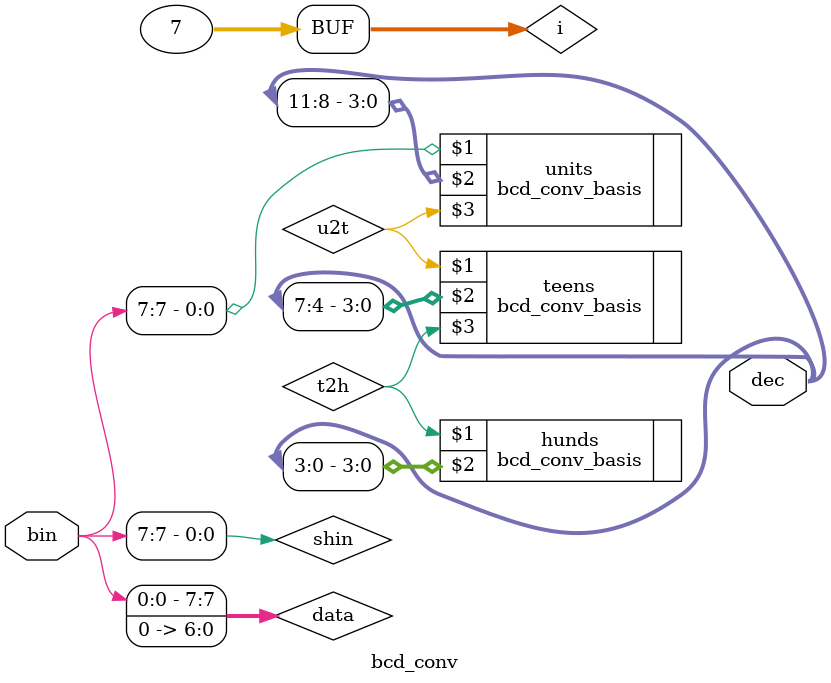
<source format=v>
`timescale 1ns / 1ps

module bcd_conv(bin,dec);
input [7:0] bin;
output [11:0] dec;

integer i;
reg [7:0] data;
reg shin;

wire u2t, t2h;

bcd_conv_basis units(shin, dec[11:8], u2t);
bcd_conv_basis teens(u2t, dec[7:4], t2h);
bcd_conv_basis hunds(t2h, dec[3:0],);


always @ (*)
begin
	data=bin;
	$display(data);
	for(i=0;i<7;i=i+1)
	begin
	shin=bin[7];
	data=data<<1;
	#10;
	end
end

endmodule

</source>
